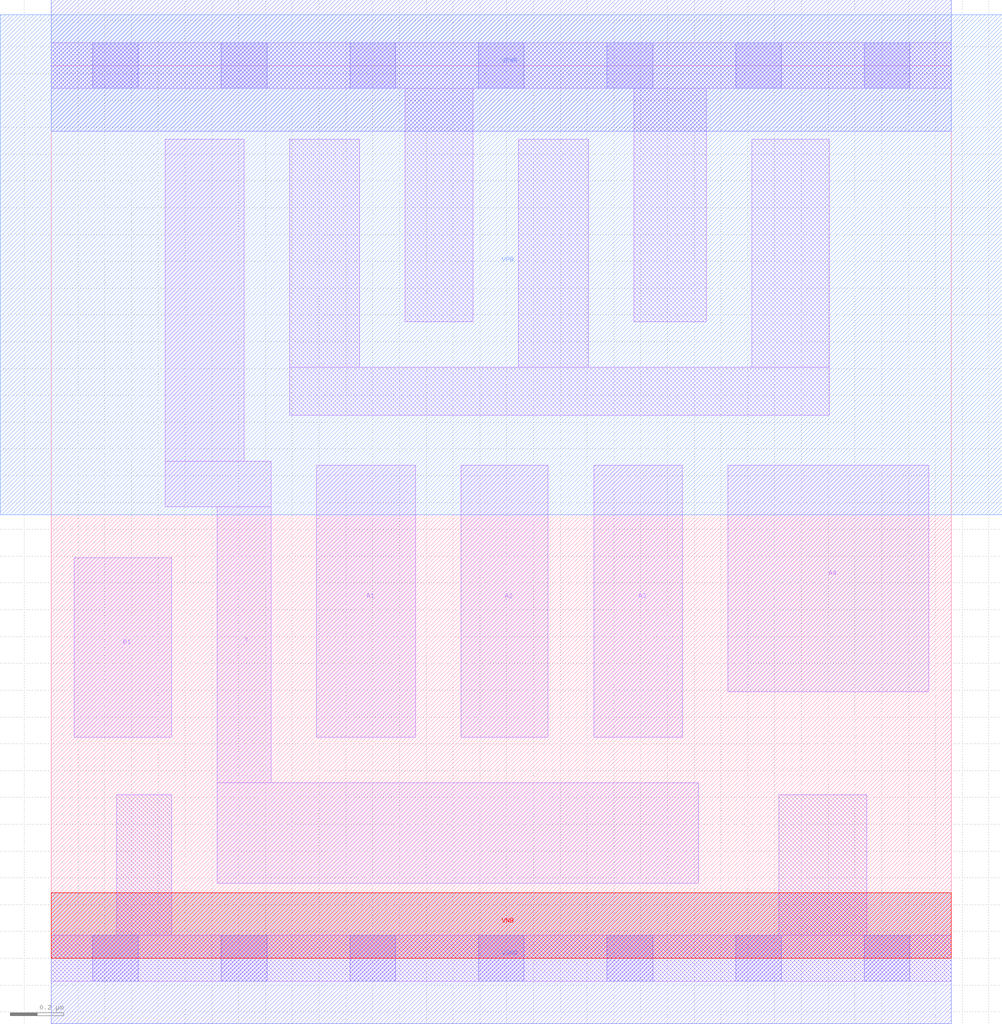
<source format=lef>
# Copyright 2020 The SkyWater PDK Authors
#
# Licensed under the Apache License, Version 2.0 (the "License");
# you may not use this file except in compliance with the License.
# You may obtain a copy of the License at
#
#     https://www.apache.org/licenses/LICENSE-2.0
#
# Unless required by applicable law or agreed to in writing, software
# distributed under the License is distributed on an "AS IS" BASIS,
# WITHOUT WARRANTIES OR CONDITIONS OF ANY KIND, either express or implied.
# See the License for the specific language governing permissions and
# limitations under the License.
#
# SPDX-License-Identifier: Apache-2.0

VERSION 5.7 ;
  NOWIREEXTENSIONATPIN ON ;
  DIVIDERCHAR "/" ;
  BUSBITCHARS "[]" ;
MACRO sky130_fd_sc_lp__a41oi_0
  CLASS CORE ;
  FOREIGN sky130_fd_sc_lp__a41oi_0 ;
  ORIGIN  0.000000  0.000000 ;
  SIZE  3.360000 BY  3.330000 ;
  SYMMETRY X Y R90 ;
  SITE unit ;
  PIN A1
    ANTENNAGATEAREA  0.159000 ;
    DIRECTION INPUT ;
    USE SIGNAL ;
    PORT
      LAYER li1 ;
        RECT 0.990000 0.825000 1.360000 1.840000 ;
    END
  END A1
  PIN A2
    ANTENNAGATEAREA  0.159000 ;
    DIRECTION INPUT ;
    USE SIGNAL ;
    PORT
      LAYER li1 ;
        RECT 1.530000 0.825000 1.855000 1.840000 ;
    END
  END A2
  PIN A3
    ANTENNAGATEAREA  0.159000 ;
    DIRECTION INPUT ;
    USE SIGNAL ;
    PORT
      LAYER li1 ;
        RECT 2.025000 0.825000 2.355000 1.840000 ;
    END
  END A3
  PIN A4
    ANTENNAGATEAREA  0.159000 ;
    DIRECTION INPUT ;
    USE SIGNAL ;
    PORT
      LAYER li1 ;
        RECT 2.525000 0.995000 3.275000 1.840000 ;
    END
  END A4
  PIN B1
    ANTENNAGATEAREA  0.159000 ;
    DIRECTION INPUT ;
    USE SIGNAL ;
    PORT
      LAYER li1 ;
        RECT 0.085000 0.825000 0.450000 1.495000 ;
    END
  END B1
  PIN Y
    ANTENNADIFFAREA  0.320800 ;
    DIRECTION OUTPUT ;
    USE SIGNAL ;
    PORT
      LAYER li1 ;
        RECT 0.425000 1.685000 0.820000 1.855000 ;
        RECT 0.425000 1.855000 0.720000 3.055000 ;
        RECT 0.620000 0.280000 2.415000 0.655000 ;
        RECT 0.620000 0.655000 0.820000 1.685000 ;
    END
  END Y
  PIN VGND
    DIRECTION INOUT ;
    USE GROUND ;
    PORT
      LAYER met1 ;
        RECT 0.000000 -0.245000 3.360000 0.245000 ;
    END
  END VGND
  PIN VNB
    DIRECTION INOUT ;
    USE GROUND ;
    PORT
      LAYER pwell ;
        RECT 0.000000 0.000000 3.360000 0.245000 ;
    END
  END VNB
  PIN VPB
    DIRECTION INOUT ;
    USE POWER ;
    PORT
      LAYER nwell ;
        RECT -0.190000 1.655000 3.550000 3.520000 ;
    END
  END VPB
  PIN VPWR
    DIRECTION INOUT ;
    USE POWER ;
    PORT
      LAYER met1 ;
        RECT 0.000000 3.085000 3.360000 3.575000 ;
    END
  END VPWR
  OBS
    LAYER li1 ;
      RECT 0.000000 -0.085000 3.360000 0.085000 ;
      RECT 0.000000  3.245000 3.360000 3.415000 ;
      RECT 0.245000  0.085000 0.450000 0.610000 ;
      RECT 0.890000  2.025000 2.905000 2.205000 ;
      RECT 0.890000  2.205000 1.150000 3.055000 ;
      RECT 1.320000  2.375000 1.575000 3.245000 ;
      RECT 1.745000  2.205000 2.005000 3.055000 ;
      RECT 2.175000  2.375000 2.445000 3.245000 ;
      RECT 2.615000  2.205000 2.905000 3.055000 ;
      RECT 2.715000  0.085000 3.045000 0.610000 ;
    LAYER mcon ;
      RECT 0.155000 -0.085000 0.325000 0.085000 ;
      RECT 0.155000  3.245000 0.325000 3.415000 ;
      RECT 0.635000 -0.085000 0.805000 0.085000 ;
      RECT 0.635000  3.245000 0.805000 3.415000 ;
      RECT 1.115000 -0.085000 1.285000 0.085000 ;
      RECT 1.115000  3.245000 1.285000 3.415000 ;
      RECT 1.595000 -0.085000 1.765000 0.085000 ;
      RECT 1.595000  3.245000 1.765000 3.415000 ;
      RECT 2.075000 -0.085000 2.245000 0.085000 ;
      RECT 2.075000  3.245000 2.245000 3.415000 ;
      RECT 2.555000 -0.085000 2.725000 0.085000 ;
      RECT 2.555000  3.245000 2.725000 3.415000 ;
      RECT 3.035000 -0.085000 3.205000 0.085000 ;
      RECT 3.035000  3.245000 3.205000 3.415000 ;
  END
END sky130_fd_sc_lp__a41oi_0
END LIBRARY

</source>
